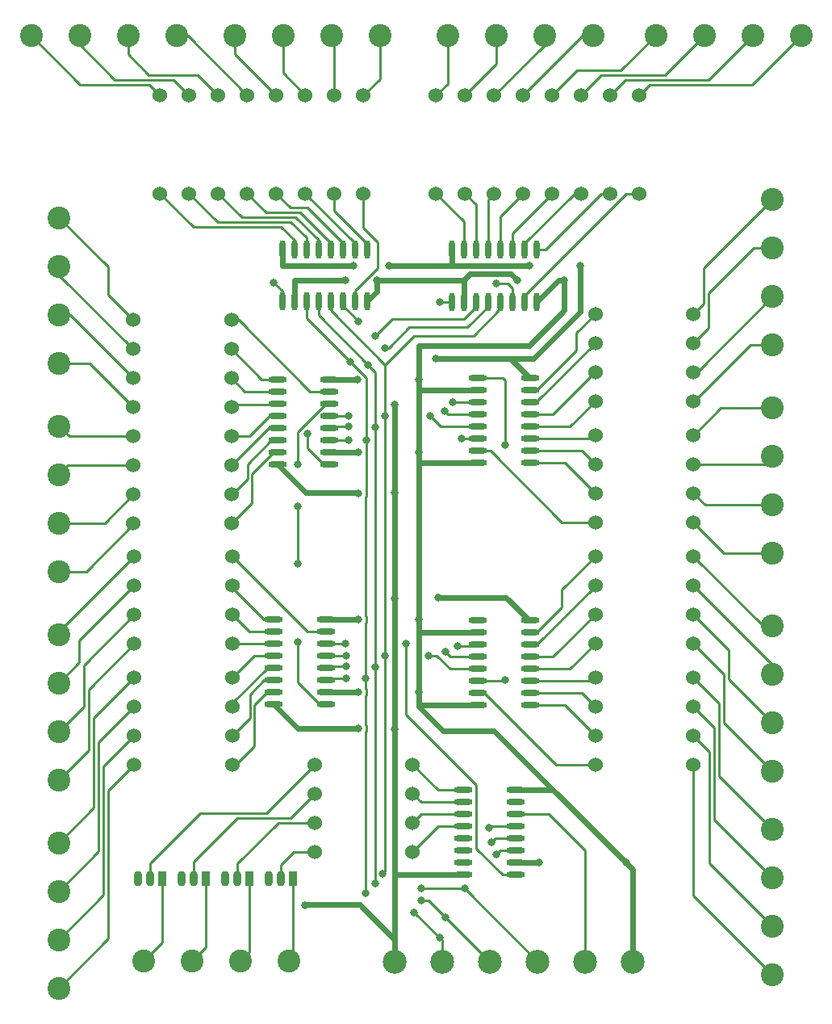
<source format=gbr>
%TF.GenerationSoftware,KiCad,Pcbnew,(6.0.4)*%
%TF.CreationDate,2022-08-09T11:31:43-04:00*%
%TF.ProjectId,pcb,7063622e-6b69-4636-9164-5f7063625858,rev?*%
%TF.SameCoordinates,Original*%
%TF.FileFunction,Copper,L1,Top*%
%TF.FilePolarity,Positive*%
%FSLAX46Y46*%
G04 Gerber Fmt 4.6, Leading zero omitted, Abs format (unit mm)*
G04 Created by KiCad (PCBNEW (6.0.4)) date 2022-08-09 11:31:43*
%MOMM*%
%LPD*%
G01*
G04 APERTURE LIST*
%TA.AperFunction,ComponentPad*%
%ADD10C,1.524003*%
%TD*%
%TA.AperFunction,SMDPad,CuDef*%
%ADD11O,1.970993X0.602007*%
%TD*%
%TA.AperFunction,SMDPad,CuDef*%
%ADD12O,0.602007X1.970993*%
%TD*%
%TA.AperFunction,ComponentPad*%
%ADD13C,2.400000*%
%TD*%
%TA.AperFunction,ComponentPad*%
%ADD14R,0.900000X1.600000*%
%TD*%
%TA.AperFunction,ComponentPad*%
%ADD15O,0.900000X1.600000*%
%TD*%
%TA.AperFunction,ComponentPad*%
%ADD16C,2.500000*%
%TD*%
%TA.AperFunction,ViaPad*%
%ADD17C,0.800000*%
%TD*%
%TA.AperFunction,Conductor*%
%ADD18C,0.250000*%
%TD*%
%TA.AperFunction,Conductor*%
%ADD19C,0.600000*%
%TD*%
G04 APERTURE END LIST*
D10*
%TO.P,R31,1,1*%
%TO.N,Net-(J9-Pad2)*%
X105714800Y-62515486D03*
%TO.P,R31,2,2*%
%TO.N,Net-(R31-Pad2)*%
X105714800Y-72815714D03*
%TD*%
%TO.P,R47,1,1*%
%TO.N,Net-(J13-Pad2)*%
X126612914Y-116941600D03*
%TO.P,R47,2,2*%
%TO.N,Net-(R47-Pad2)*%
X116312686Y-116941600D03*
%TD*%
%TO.P,R6,1,1*%
%TO.N,Net-(J3-Pad3)*%
X67950572Y-129641615D03*
%TO.P,R6,2,2*%
%TO.N,Net-(R6-Pad2)*%
X78250800Y-129641615D03*
%TD*%
%TO.P,R14,1,1*%
%TO.N,Net-(J5-Pad3)*%
X67857101Y-104368596D03*
%TO.P,R14,2,2*%
%TO.N,Net-(R14-Pad2)*%
X78157329Y-104368596D03*
%TD*%
%TO.P,R19,1,1*%
%TO.N,Net-(J6-Pad2)*%
X67857101Y-89128596D03*
%TO.P,R19,2,2*%
%TO.N,Net-(R19-Pad2)*%
X78157329Y-89128596D03*
%TD*%
%TO.P,R20,1,1*%
%TO.N,Net-(J6-Pad1)*%
X67857101Y-86080596D03*
%TO.P,R20,2,2*%
%TO.N,Net-(R20-Pad2)*%
X78157329Y-86080596D03*
%TD*%
%TO.P,R4,1,1*%
%TO.N,Net-(R4-Pad1)*%
X97148914Y-141833600D03*
%TO.P,R4,2,2*%
%TO.N,Net-(Q1-Pad2)*%
X86848686Y-141833600D03*
%TD*%
D11*
%TO.P,U2,1,Q1*%
%TO.N,Net-(R11-Pad2)*%
X82557101Y-117449600D03*
%TO.P,U2,2,Q2*%
%TO.N,Net-(R10-Pad2)*%
X82557101Y-118719603D03*
%TO.P,U2,3,Q3*%
%TO.N,Net-(R9-Pad2)*%
X82557101Y-119989605D03*
%TO.P,U2,4,Q4*%
%TO.N,Net-(R8-Pad2)*%
X82557101Y-121259608D03*
%TO.P,U2,5,Q5*%
%TO.N,Net-(R7-Pad2)*%
X82557101Y-122529610D03*
%TO.P,U2,6,Q6*%
%TO.N,Net-(R6-Pad2)*%
X82557101Y-123799613D03*
%TO.P,U2,7,Q7*%
%TO.N,Net-(R5-Pad2)*%
X82557101Y-125069615D03*
%TO.P,U2,8,GND*%
%TO.N,GND*%
X82557101Y-126339618D03*
%TO.P,U2,9,Q7S*%
%TO.N,Net-(U2-Pad9)*%
X88028271Y-126339618D03*
%TO.P,U2,10,MR#*%
%TO.N,Net-(J2-Pad6)*%
X88028271Y-125069615D03*
%TO.P,U2,11,SHCP*%
%TO.N,Net-(J2-Pad2)*%
X88028271Y-123799613D03*
%TO.P,U2,12,STCP*%
%TO.N,Net-(J2-Pad3)*%
X88028271Y-122529610D03*
%TO.P,U2,13,OE#*%
%TO.N,Net-(J2-Pad4)*%
X88028271Y-121259608D03*
%TO.P,U2,14,DS*%
%TO.N,Net-(U1-Pad9)*%
X88028271Y-119989605D03*
%TO.P,U2,15,Q0*%
%TO.N,Net-(R12-Pad2)*%
X88028271Y-118719603D03*
%TO.P,U2,16,VCC*%
%TO.N,Net-(J2-Pad6)*%
X88028271Y-117449600D03*
%TD*%
D10*
%TO.P,R23,1,1*%
%TO.N,Net-(J7-Pad2)*%
X76758800Y-62515486D03*
%TO.P,R23,2,2*%
%TO.N,Net-(R23-Pad2)*%
X76758800Y-72815714D03*
%TD*%
%TO.P,R40,1,1*%
%TO.N,Net-(J11-Pad1)*%
X126612914Y-94589600D03*
%TO.P,R40,2,2*%
%TO.N,Net-(R40-Pad2)*%
X116312686Y-94589600D03*
%TD*%
%TO.P,R32,1,1*%
%TO.N,Net-(J9-Pad1)*%
X108762800Y-62515486D03*
%TO.P,R32,2,2*%
%TO.N,Net-(R32-Pad2)*%
X108762800Y-72815714D03*
%TD*%
%TO.P,R22,1,1*%
%TO.N,Net-(J7-Pad3)*%
X73710800Y-62515486D03*
%TO.P,R22,2,2*%
%TO.N,Net-(R22-Pad2)*%
X73710800Y-72815714D03*
%TD*%
%TO.P,R13,1,1*%
%TO.N,Net-(J5-Pad4)*%
X67857101Y-107416596D03*
%TO.P,R13,2,2*%
%TO.N,Net-(R13-Pad2)*%
X78157329Y-107416596D03*
%TD*%
D12*
%TO.P,U5,1,Q1*%
%TO.N,Net-(R35-Pad2)*%
X110159809Y-78671019D03*
%TO.P,U5,2,Q2*%
%TO.N,Net-(R34-Pad2)*%
X108889806Y-78671019D03*
%TO.P,U5,3,Q3*%
%TO.N,Net-(R33-Pad2)*%
X107619804Y-78671019D03*
%TO.P,U5,4,Q4*%
%TO.N,Net-(R32-Pad2)*%
X106349801Y-78671019D03*
%TO.P,U5,5,Q5*%
%TO.N,Net-(R31-Pad2)*%
X105079799Y-78671019D03*
%TO.P,U5,6,Q6*%
%TO.N,Net-(R30-Pad2)*%
X103809796Y-78671019D03*
%TO.P,U5,7,Q7*%
%TO.N,Net-(R29-Pad2)*%
X102539794Y-78671019D03*
%TO.P,U5,8,GND*%
%TO.N,GND*%
X101269791Y-78671019D03*
%TO.P,U5,9,Q7S*%
%TO.N,Net-(U5-Pad9)*%
X101269791Y-84142189D03*
%TO.P,U5,10,MR#*%
%TO.N,Net-(J2-Pad6)*%
X102539794Y-84142189D03*
%TO.P,U5,11,SHCP*%
%TO.N,Net-(J2-Pad2)*%
X103809796Y-84142189D03*
%TO.P,U5,12,STCP*%
%TO.N,Net-(J2-Pad3)*%
X105079799Y-84142189D03*
%TO.P,U5,13,OE#*%
%TO.N,Net-(J2-Pad4)*%
X106349801Y-84142189D03*
%TO.P,U5,14,DS*%
%TO.N,Net-(U4-Pad9)*%
X107619804Y-84142189D03*
%TO.P,U5,15,Q0*%
%TO.N,Net-(R36-Pad2)*%
X108889806Y-84142189D03*
%TO.P,U5,16,VCC*%
%TO.N,Net-(J2-Pad6)*%
X110159809Y-84142189D03*
%TD*%
D13*
%TO.P,J7,1,1*%
%TO.N,Net-(J7-Pad1)*%
X72380820Y-56256604D03*
%TO.P,J7,2,2*%
%TO.N,Net-(J7-Pad2)*%
X67300810Y-56256604D03*
%TO.P,J7,3,3*%
%TO.N,Net-(J7-Pad3)*%
X62220799Y-56256604D03*
%TO.P,J7,4,4*%
%TO.N,Net-(J7-Pad4)*%
X57140789Y-56256604D03*
%TD*%
D10*
%TO.P,R28,1,1*%
%TO.N,Net-(J8-Pad1)*%
X91998800Y-62515486D03*
%TO.P,R28,2,2*%
%TO.N,Net-(R28-Pad2)*%
X91998800Y-72815714D03*
%TD*%
%TO.P,R10,1,1*%
%TO.N,Net-(J4-Pad3)*%
X67950572Y-116941615D03*
%TO.P,R10,2,2*%
%TO.N,Net-(R10-Pad2)*%
X78250800Y-116941615D03*
%TD*%
D13*
%TO.P,J3,1,1*%
%TO.N,Net-(J3-Pad1)*%
X60049215Y-140877582D03*
%TO.P,J3,2,2*%
%TO.N,Net-(J3-Pad2)*%
X60049215Y-145957592D03*
%TO.P,J3,3,3*%
%TO.N,Net-(J3-Pad3)*%
X60049215Y-151037603D03*
%TO.P,J3,4,4*%
%TO.N,Net-(J3-Pad4)*%
X60049215Y-156117613D03*
%TD*%
D10*
%TO.P,R26,1,1*%
%TO.N,Net-(J8-Pad3)*%
X85902800Y-62515486D03*
%TO.P,R26,2,2*%
%TO.N,Net-(R26-Pad2)*%
X85902800Y-72815714D03*
%TD*%
%TO.P,R9,1,1*%
%TO.N,Net-(J4-Pad4)*%
X67950572Y-119989615D03*
%TO.P,R9,2,2*%
%TO.N,Net-(R9-Pad2)*%
X78250800Y-119989615D03*
%TD*%
D13*
%TO.P,J13,1,1*%
%TO.N,Net-(J13-Pad1)*%
X134928800Y-133391620D03*
%TO.P,J13,2,2*%
%TO.N,Net-(J13-Pad2)*%
X134928800Y-128311610D03*
%TO.P,J13,3,3*%
%TO.N,Net-(J13-Pad3)*%
X134928800Y-123231599D03*
%TO.P,J13,4,4*%
%TO.N,Net-(J13-Pad4)*%
X134928800Y-118151589D03*
%TD*%
D10*
%TO.P,R15,1,1*%
%TO.N,Net-(J5-Pad2)*%
X67857101Y-101320596D03*
%TO.P,R15,2,2*%
%TO.N,Net-(R15-Pad2)*%
X78157329Y-101320596D03*
%TD*%
D12*
%TO.P,U4,1,Q1*%
%TO.N,Net-(R27-Pad2)*%
X92379809Y-78646015D03*
%TO.P,U4,2,Q2*%
%TO.N,Net-(R26-Pad2)*%
X91109806Y-78646015D03*
%TO.P,U4,3,Q3*%
%TO.N,Net-(R25-Pad2)*%
X89839804Y-78646015D03*
%TO.P,U4,4,Q4*%
%TO.N,Net-(R24-Pad2)*%
X88569801Y-78646015D03*
%TO.P,U4,5,Q5*%
%TO.N,Net-(R23-Pad2)*%
X87299799Y-78646015D03*
%TO.P,U4,6,Q6*%
%TO.N,Net-(R22-Pad2)*%
X86029796Y-78646015D03*
%TO.P,U4,7,Q7*%
%TO.N,Net-(R21-Pad2)*%
X84759794Y-78646015D03*
%TO.P,U4,8,GND*%
%TO.N,GND*%
X83489791Y-78646015D03*
%TO.P,U4,9,Q7S*%
%TO.N,Net-(U4-Pad9)*%
X83489791Y-84117185D03*
%TO.P,U4,10,MR#*%
%TO.N,Net-(J2-Pad6)*%
X84759794Y-84117185D03*
%TO.P,U4,11,SHCP*%
%TO.N,Net-(J2-Pad2)*%
X86029796Y-84117185D03*
%TO.P,U4,12,STCP*%
%TO.N,Net-(J2-Pad3)*%
X87299799Y-84117185D03*
%TO.P,U4,13,OE#*%
%TO.N,Net-(J2-Pad4)*%
X88569801Y-84117185D03*
%TO.P,U4,14,DS*%
%TO.N,Net-(U3-Pad9)*%
X89839804Y-84117185D03*
%TO.P,U4,15,Q0*%
%TO.N,Net-(R28-Pad2)*%
X91109806Y-84117185D03*
%TO.P,U4,16,VCC*%
%TO.N,Net-(J2-Pad6)*%
X92379809Y-84117185D03*
%TD*%
D10*
%TO.P,R16,1,1*%
%TO.N,Net-(J5-Pad1)*%
X67857101Y-98272596D03*
%TO.P,R16,2,2*%
%TO.N,Net-(R16-Pad2)*%
X78157329Y-98272596D03*
%TD*%
%TO.P,R36,1,1*%
%TO.N,Net-(J10-Pad1)*%
X120954800Y-62515486D03*
%TO.P,R36,2,2*%
%TO.N,Net-(R36-Pad2)*%
X120954800Y-72815714D03*
%TD*%
%TO.P,R48,1,1*%
%TO.N,Net-(J13-Pad1)*%
X126612914Y-119989600D03*
%TO.P,R48,2,2*%
%TO.N,Net-(R48-Pad2)*%
X116312686Y-119989600D03*
%TD*%
%TO.P,R17,1,1*%
%TO.N,Net-(J6-Pad4)*%
X67857101Y-95224596D03*
%TO.P,R17,2,2*%
%TO.N,Net-(R17-Pad2)*%
X78157329Y-95224596D03*
%TD*%
D13*
%TO.P,J12,1,1*%
%TO.N,Net-(J12-Pad1)*%
X134928800Y-110531620D03*
%TO.P,J12,2,2*%
%TO.N,Net-(J12-Pad2)*%
X134928800Y-105451610D03*
%TO.P,J12,3,3*%
%TO.N,Net-(J12-Pad3)*%
X134928800Y-100371599D03*
%TO.P,J12,4,4*%
%TO.N,Net-(J12-Pad4)*%
X134928800Y-95291589D03*
%TD*%
D14*
%TO.P,Q1,1,E*%
%TO.N,Net-(J1-Pad4)*%
X84632803Y-144615536D03*
D15*
%TO.P,Q1,2,B*%
%TO.N,Net-(Q1-Pad2)*%
X83362800Y-144615536D03*
%TO.P,Q1,3,C*%
%TO.N,GND*%
X82092797Y-144615536D03*
%TD*%
D13*
%TO.P,J6,1,1*%
%TO.N,Net-(J6-Pad1)*%
X60049215Y-75345582D03*
%TO.P,J6,2,2*%
%TO.N,Net-(J6-Pad2)*%
X60049215Y-80425592D03*
%TO.P,J6,3,3*%
%TO.N,Net-(J6-Pad3)*%
X60049215Y-85505603D03*
%TO.P,J6,4,4*%
%TO.N,Net-(J6-Pad4)*%
X60049215Y-90585613D03*
%TD*%
D10*
%TO.P,R42,1,1*%
%TO.N,Net-(J12-Pad3)*%
X126612914Y-101193600D03*
%TO.P,R42,2,2*%
%TO.N,Net-(R42-Pad2)*%
X116312686Y-101193600D03*
%TD*%
D11*
%TO.P,U1,1,Q1*%
%TO.N,Net-(R1-Pad1)*%
X102471215Y-135356591D03*
%TO.P,U1,2,Q2*%
%TO.N,Net-(R2-Pad1)*%
X102471215Y-136626594D03*
%TO.P,U1,3,Q3*%
%TO.N,Net-(R3-Pad1)*%
X102471215Y-137896596D03*
%TO.P,U1,4,Q4*%
%TO.N,Net-(R4-Pad1)*%
X102471215Y-139166599D03*
%TO.P,U1,5,Q5*%
%TO.N,unconnected-(U1-Pad5)*%
X102471215Y-140436601D03*
%TO.P,U1,6,Q6*%
%TO.N,unconnected-(U1-Pad6)*%
X102471215Y-141706604D03*
%TO.P,U1,7,Q7*%
%TO.N,unconnected-(U1-Pad7)*%
X102471215Y-142976606D03*
%TO.P,U1,8,GND*%
%TO.N,GND*%
X102471215Y-144246609D03*
%TO.P,U1,9,Q7S*%
%TO.N,Net-(U1-Pad9)*%
X107942385Y-144246609D03*
%TO.P,U1,10,MR#*%
%TO.N,Net-(J2-Pad6)*%
X107942385Y-142976606D03*
%TO.P,U1,11,SHCP*%
%TO.N,Net-(J2-Pad2)*%
X107942385Y-141706604D03*
%TO.P,U1,12,STCP*%
%TO.N,Net-(J2-Pad3)*%
X107942385Y-140436601D03*
%TO.P,U1,13,OE#*%
%TO.N,Net-(J2-Pad4)*%
X107942385Y-139166599D03*
%TO.P,U1,14,DS*%
%TO.N,Net-(J2-Pad5)*%
X107942385Y-137896596D03*
%TO.P,U1,15,Q0*%
%TO.N,unconnected-(U1-Pad15)*%
X107942385Y-136626594D03*
%TO.P,U1,16,VCC*%
%TO.N,Net-(J2-Pad6)*%
X107942385Y-135356591D03*
%TD*%
D10*
%TO.P,R41,1,1*%
%TO.N,Net-(J12-Pad4)*%
X126612914Y-98145600D03*
%TO.P,R41,2,2*%
%TO.N,Net-(R41-Pad2)*%
X116312686Y-98145600D03*
%TD*%
%TO.P,R11,1,1*%
%TO.N,Net-(J4-Pad2)*%
X67950572Y-113893615D03*
%TO.P,R11,2,2*%
%TO.N,Net-(R11-Pad2)*%
X78250800Y-113893615D03*
%TD*%
%TO.P,R49,1,1*%
%TO.N,Net-(J14-Pad4)*%
X126612914Y-123545600D03*
%TO.P,R49,2,2*%
%TO.N,Net-(R49-Pad2)*%
X116312686Y-123545600D03*
%TD*%
%TO.P,R50,1,1*%
%TO.N,Net-(J14-Pad3)*%
X126612914Y-126593600D03*
%TO.P,R50,2,2*%
%TO.N,Net-(R50-Pad2)*%
X116312686Y-126593600D03*
%TD*%
D13*
%TO.P,J5,1,1*%
%TO.N,Net-(J5-Pad1)*%
X60049215Y-97189582D03*
%TO.P,J5,2,2*%
%TO.N,Net-(J5-Pad2)*%
X60049215Y-102269592D03*
%TO.P,J5,3,3*%
%TO.N,Net-(J5-Pad3)*%
X60049215Y-107349603D03*
%TO.P,J5,4,4*%
%TO.N,Net-(J5-Pad4)*%
X60049215Y-112429613D03*
%TD*%
D10*
%TO.P,R29,1,1*%
%TO.N,Net-(J9-Pad4)*%
X99618800Y-62515486D03*
%TO.P,R29,2,2*%
%TO.N,Net-(R29-Pad2)*%
X99618800Y-72815714D03*
%TD*%
%TO.P,R7,1,1*%
%TO.N,Net-(J3-Pad2)*%
X67950572Y-126593615D03*
%TO.P,R7,2,2*%
%TO.N,Net-(R7-Pad2)*%
X78250800Y-126593615D03*
%TD*%
%TO.P,R46,1,1*%
%TO.N,Net-(J13-Pad3)*%
X126612914Y-113893600D03*
%TO.P,R46,2,2*%
%TO.N,Net-(R46-Pad2)*%
X116312686Y-113893600D03*
%TD*%
D13*
%TO.P,J11,1,1*%
%TO.N,Net-(J11-Pad1)*%
X134928800Y-88687620D03*
%TO.P,J11,2,2*%
%TO.N,Net-(J11-Pad2)*%
X134928800Y-83607610D03*
%TO.P,J11,3,3*%
%TO.N,Net-(J11-Pad3)*%
X134928800Y-78527599D03*
%TO.P,J11,4,4*%
%TO.N,Net-(J11-Pad4)*%
X134928800Y-73447589D03*
%TD*%
%TO.P,J4,1,1*%
%TO.N,Net-(J4-Pad1)*%
X60049215Y-119033582D03*
%TO.P,J4,2,2*%
%TO.N,Net-(J4-Pad2)*%
X60049215Y-124113592D03*
%TO.P,J4,3,3*%
%TO.N,Net-(J4-Pad3)*%
X60049215Y-129193603D03*
%TO.P,J4,4,4*%
%TO.N,Net-(J4-Pad4)*%
X60049215Y-134273613D03*
%TD*%
D10*
%TO.P,R43,1,1*%
%TO.N,Net-(J12-Pad2)*%
X126612914Y-104241600D03*
%TO.P,R43,2,2*%
%TO.N,Net-(R43-Pad2)*%
X116312686Y-104241600D03*
%TD*%
%TO.P,R51,1,1*%
%TO.N,Net-(J14-Pad2)*%
X126612914Y-129641600D03*
%TO.P,R51,2,2*%
%TO.N,Net-(R51-Pad2)*%
X116312686Y-129641600D03*
%TD*%
D13*
%TO.P,J14,1,1*%
%TO.N,Net-(J14-Pad1)*%
X134928800Y-154727620D03*
%TO.P,J14,2,2*%
%TO.N,Net-(J14-Pad2)*%
X134928800Y-149647610D03*
%TO.P,J14,3,3*%
%TO.N,Net-(J14-Pad3)*%
X134928800Y-144567599D03*
%TO.P,J14,4,4*%
%TO.N,Net-(J14-Pad4)*%
X134928800Y-139487589D03*
%TD*%
D10*
%TO.P,R52,1,1*%
%TO.N,Net-(J14-Pad1)*%
X126612914Y-132689600D03*
%TO.P,R52,2,2*%
%TO.N,Net-(R52-Pad2)*%
X116312686Y-132689600D03*
%TD*%
D14*
%TO.P,Q2,1,E*%
%TO.N,Net-(J1-Pad3)*%
X80060803Y-144615536D03*
D15*
%TO.P,Q2,2,B*%
%TO.N,Net-(Q2-Pad2)*%
X78790800Y-144615536D03*
%TO.P,Q2,3,C*%
%TO.N,GND*%
X77520797Y-144615536D03*
%TD*%
D13*
%TO.P,J8,1,1*%
%TO.N,Net-(J8-Pad1)*%
X93716820Y-56256604D03*
%TO.P,J8,2,2*%
%TO.N,Net-(J8-Pad2)*%
X88636810Y-56256604D03*
%TO.P,J8,3,3*%
%TO.N,Net-(J8-Pad3)*%
X83556799Y-56256604D03*
%TO.P,J8,4,4*%
%TO.N,Net-(J8-Pad4)*%
X78476789Y-56256604D03*
%TD*%
D11*
%TO.P,U7,1,Q1*%
%TO.N,Net-(R51-Pad2)*%
X109466385Y-126466609D03*
%TO.P,U7,2,Q2*%
%TO.N,Net-(R50-Pad2)*%
X109466385Y-125196606D03*
%TO.P,U7,3,Q3*%
%TO.N,Net-(R49-Pad2)*%
X109466385Y-123926604D03*
%TO.P,U7,4,Q4*%
%TO.N,Net-(R48-Pad2)*%
X109466385Y-122656601D03*
%TO.P,U7,5,Q5*%
%TO.N,Net-(R47-Pad2)*%
X109466385Y-121386599D03*
%TO.P,U7,6,Q6*%
%TO.N,Net-(R46-Pad2)*%
X109466385Y-120116596D03*
%TO.P,U7,7,Q7*%
%TO.N,Net-(R45-Pad2)*%
X109466385Y-118846594D03*
%TO.P,U7,8,GND*%
%TO.N,GND*%
X109466385Y-117576591D03*
%TO.P,U7,9,Q7S*%
%TO.N,unconnected-(U7-Pad9)*%
X103995215Y-117576591D03*
%TO.P,U7,10,MR#*%
%TO.N,Net-(J2-Pad6)*%
X103995215Y-118846594D03*
%TO.P,U7,11,SHCP*%
%TO.N,Net-(J2-Pad2)*%
X103995215Y-120116596D03*
%TO.P,U7,12,STCP*%
%TO.N,Net-(J2-Pad3)*%
X103995215Y-121386599D03*
%TO.P,U7,13,OE#*%
%TO.N,Net-(J2-Pad4)*%
X103995215Y-122656601D03*
%TO.P,U7,14,DS*%
%TO.N,Net-(U6-Pad9)*%
X103995215Y-123926604D03*
%TO.P,U7,15,Q0*%
%TO.N,Net-(R52-Pad2)*%
X103995215Y-125196606D03*
%TO.P,U7,16,VCC*%
%TO.N,Net-(J2-Pad6)*%
X103995215Y-126466609D03*
%TD*%
D10*
%TO.P,R30,1,1*%
%TO.N,Net-(J9-Pad3)*%
X102666800Y-62515486D03*
%TO.P,R30,2,2*%
%TO.N,Net-(R30-Pad2)*%
X102666800Y-72815714D03*
%TD*%
%TO.P,R27,1,1*%
%TO.N,Net-(J8-Pad2)*%
X88950800Y-62515486D03*
%TO.P,R27,2,2*%
%TO.N,Net-(R27-Pad2)*%
X88950800Y-72815714D03*
%TD*%
%TO.P,R18,1,1*%
%TO.N,Net-(J6-Pad3)*%
X67857101Y-92176596D03*
%TO.P,R18,2,2*%
%TO.N,Net-(R18-Pad2)*%
X78157329Y-92176596D03*
%TD*%
%TO.P,R33,1,1*%
%TO.N,Net-(J10-Pad4)*%
X111810800Y-62515486D03*
%TO.P,R33,2,2*%
%TO.N,Net-(R33-Pad2)*%
X111810800Y-72815714D03*
%TD*%
%TO.P,R21,1,1*%
%TO.N,Net-(J7-Pad4)*%
X70662800Y-62515486D03*
%TO.P,R21,2,2*%
%TO.N,Net-(R21-Pad2)*%
X70662800Y-72815714D03*
%TD*%
%TO.P,R1,1,1*%
%TO.N,Net-(R1-Pad1)*%
X97148914Y-132689600D03*
%TO.P,R1,2,2*%
%TO.N,Net-(Q4-Pad2)*%
X86848686Y-132689600D03*
%TD*%
D13*
%TO.P,J9,1,1*%
%TO.N,Net-(J9-Pad1)*%
X116068820Y-56256604D03*
%TO.P,J9,2,2*%
%TO.N,Net-(J9-Pad2)*%
X110988810Y-56256604D03*
%TO.P,J9,3,3*%
%TO.N,Net-(J9-Pad3)*%
X105908799Y-56256604D03*
%TO.P,J9,4,4*%
%TO.N,Net-(J9-Pad4)*%
X100828789Y-56256604D03*
%TD*%
D10*
%TO.P,R45,1,1*%
%TO.N,Net-(J13-Pad4)*%
X126612914Y-110845600D03*
%TO.P,R45,2,2*%
%TO.N,Net-(R45-Pad2)*%
X116312686Y-110845600D03*
%TD*%
%TO.P,R12,1,1*%
%TO.N,Net-(J4-Pad1)*%
X67950572Y-110845615D03*
%TO.P,R12,2,2*%
%TO.N,Net-(R12-Pad2)*%
X78250800Y-110845615D03*
%TD*%
D14*
%TO.P,Q4,1,E*%
%TO.N,Net-(J1-Pad1)*%
X70916803Y-144615536D03*
D15*
%TO.P,Q4,2,B*%
%TO.N,Net-(Q4-Pad2)*%
X69646800Y-144615536D03*
%TO.P,Q4,3,C*%
%TO.N,GND*%
X68376797Y-144615536D03*
%TD*%
D13*
%TO.P,J1,1,1*%
%TO.N,Net-(J1-Pad1)*%
X68944780Y-153267600D03*
%TO.P,J1,2,2*%
%TO.N,Net-(J1-Pad2)*%
X74024790Y-153267600D03*
%TO.P,J1,3,3*%
%TO.N,Net-(J1-Pad3)*%
X79104801Y-153267600D03*
%TO.P,J1,4,4*%
%TO.N,Net-(J1-Pad4)*%
X84184811Y-153267600D03*
%TD*%
D10*
%TO.P,R2,1,1*%
%TO.N,Net-(R2-Pad1)*%
X97148914Y-135737600D03*
%TO.P,R2,2,2*%
%TO.N,Net-(Q3-Pad2)*%
X86848686Y-135737600D03*
%TD*%
%TO.P,R37,1,1*%
%TO.N,Net-(J11-Pad4)*%
X126612914Y-85445600D03*
%TO.P,R37,2,2*%
%TO.N,Net-(R37-Pad2)*%
X116312686Y-85445600D03*
%TD*%
%TO.P,R5,1,1*%
%TO.N,Net-(J3-Pad4)*%
X67950572Y-132689615D03*
%TO.P,R5,2,2*%
%TO.N,Net-(R5-Pad2)*%
X78250800Y-132689615D03*
%TD*%
D13*
%TO.P,J10,1,1*%
%TO.N,Net-(J10-Pad1)*%
X137912820Y-56256604D03*
%TO.P,J10,2,2*%
%TO.N,Net-(J10-Pad2)*%
X132832810Y-56256604D03*
%TO.P,J10,3,3*%
%TO.N,Net-(J10-Pad3)*%
X127752799Y-56256604D03*
%TO.P,J10,4,4*%
%TO.N,Net-(J10-Pad4)*%
X122672789Y-56256604D03*
%TD*%
D10*
%TO.P,R39,1,1*%
%TO.N,Net-(J11-Pad2)*%
X126612914Y-91541600D03*
%TO.P,R39,2,2*%
%TO.N,Net-(R39-Pad2)*%
X116312686Y-91541600D03*
%TD*%
%TO.P,R3,1,1*%
%TO.N,Net-(R3-Pad1)*%
X97148914Y-138785600D03*
%TO.P,R3,2,2*%
%TO.N,Net-(Q2-Pad2)*%
X86848686Y-138785600D03*
%TD*%
D11*
%TO.P,U6,1,Q1*%
%TO.N,Net-(R43-Pad2)*%
X109466385Y-101066609D03*
%TO.P,U6,2,Q2*%
%TO.N,Net-(R42-Pad2)*%
X109466385Y-99796606D03*
%TO.P,U6,3,Q3*%
%TO.N,Net-(R41-Pad2)*%
X109466385Y-98526604D03*
%TO.P,U6,4,Q4*%
%TO.N,Net-(R40-Pad2)*%
X109466385Y-97256601D03*
%TO.P,U6,5,Q5*%
%TO.N,Net-(R39-Pad2)*%
X109466385Y-95986599D03*
%TO.P,U6,6,Q6*%
%TO.N,Net-(R38-Pad2)*%
X109466385Y-94716596D03*
%TO.P,U6,7,Q7*%
%TO.N,Net-(R37-Pad2)*%
X109466385Y-93446594D03*
%TO.P,U6,8,GND*%
%TO.N,GND*%
X109466385Y-92176591D03*
%TO.P,U6,9,Q7S*%
%TO.N,Net-(U6-Pad9)*%
X103995215Y-92176591D03*
%TO.P,U6,10,MR#*%
%TO.N,Net-(J2-Pad6)*%
X103995215Y-93446594D03*
%TO.P,U6,11,SHCP*%
%TO.N,Net-(J2-Pad2)*%
X103995215Y-94716596D03*
%TO.P,U6,12,STCP*%
%TO.N,Net-(J2-Pad3)*%
X103995215Y-95986599D03*
%TO.P,U6,13,OE#*%
%TO.N,Net-(J2-Pad4)*%
X103995215Y-97256601D03*
%TO.P,U6,14,DS*%
%TO.N,Net-(U5-Pad9)*%
X103995215Y-98526604D03*
%TO.P,U6,15,Q0*%
%TO.N,Net-(R44-Pad2)*%
X103995215Y-99796606D03*
%TO.P,U6,16,VCC*%
%TO.N,Net-(J2-Pad6)*%
X103995215Y-101066609D03*
%TD*%
%TO.P,U3,1,Q1*%
%TO.N,Net-(R19-Pad2)*%
X82971630Y-92303587D03*
%TO.P,U3,2,Q2*%
%TO.N,Net-(R18-Pad2)*%
X82971630Y-93573590D03*
%TO.P,U3,3,Q3*%
%TO.N,Net-(R17-Pad2)*%
X82971630Y-94843592D03*
%TO.P,U3,4,Q4*%
%TO.N,Net-(R16-Pad2)*%
X82971630Y-96113595D03*
%TO.P,U3,5,Q5*%
%TO.N,Net-(R15-Pad2)*%
X82971630Y-97383597D03*
%TO.P,U3,6,Q6*%
%TO.N,Net-(R14-Pad2)*%
X82971630Y-98653600D03*
%TO.P,U3,7,Q7*%
%TO.N,Net-(R13-Pad2)*%
X82971630Y-99923602D03*
%TO.P,U3,8,GND*%
%TO.N,GND*%
X82971630Y-101193605D03*
%TO.P,U3,9,Q7S*%
%TO.N,Net-(U3-Pad9)*%
X88442800Y-101193605D03*
%TO.P,U3,10,MR#*%
%TO.N,Net-(J2-Pad6)*%
X88442800Y-99923602D03*
%TO.P,U3,11,SHCP*%
%TO.N,Net-(J2-Pad2)*%
X88442800Y-98653600D03*
%TO.P,U3,12,STCP*%
%TO.N,Net-(J2-Pad3)*%
X88442800Y-97383597D03*
%TO.P,U3,13,OE#*%
%TO.N,Net-(J2-Pad4)*%
X88442800Y-96113595D03*
%TO.P,U3,14,DS*%
%TO.N,Net-(U2-Pad9)*%
X88442800Y-94843592D03*
%TO.P,U3,15,Q0*%
%TO.N,Net-(R20-Pad2)*%
X88442800Y-93573590D03*
%TO.P,U3,16,VCC*%
%TO.N,Net-(J2-Pad6)*%
X88442800Y-92303587D03*
%TD*%
D14*
%TO.P,Q3,1,E*%
%TO.N,Net-(J1-Pad2)*%
X75488803Y-144615536D03*
D15*
%TO.P,Q3,2,B*%
%TO.N,Net-(Q3-Pad2)*%
X74218800Y-144615536D03*
%TO.P,Q3,3,C*%
%TO.N,GND*%
X72948797Y-144615536D03*
%TD*%
D10*
%TO.P,R25,1,1*%
%TO.N,Net-(J8-Pad4)*%
X82854800Y-62515486D03*
%TO.P,R25,2,2*%
%TO.N,Net-(R25-Pad2)*%
X82854800Y-72815714D03*
%TD*%
%TO.P,R35,1,1*%
%TO.N,Net-(J10-Pad2)*%
X117906800Y-62515486D03*
%TO.P,R35,2,2*%
%TO.N,Net-(R35-Pad2)*%
X117906800Y-72815714D03*
%TD*%
D16*
%TO.P,J2,1,1*%
%TO.N,GND*%
X95246787Y-153317613D03*
%TO.P,J2,2,2*%
%TO.N,Net-(J2-Pad2)*%
X100246787Y-153317613D03*
%TO.P,J2,3,3*%
%TO.N,Net-(J2-Pad3)*%
X105246813Y-153317613D03*
%TO.P,J2,4,4*%
%TO.N,Net-(J2-Pad4)*%
X110246813Y-153317613D03*
%TO.P,J2,5,5*%
%TO.N,Net-(J2-Pad5)*%
X115246838Y-153317613D03*
%TO.P,J2,6,6*%
%TO.N,Net-(J2-Pad6)*%
X120246838Y-153317613D03*
%TD*%
D10*
%TO.P,R44,1,1*%
%TO.N,Net-(J12-Pad1)*%
X126612914Y-107289600D03*
%TO.P,R44,2,2*%
%TO.N,Net-(R44-Pad2)*%
X116312686Y-107289600D03*
%TD*%
%TO.P,R8,1,1*%
%TO.N,Net-(J3-Pad1)*%
X67950572Y-123545615D03*
%TO.P,R8,2,2*%
%TO.N,Net-(R8-Pad2)*%
X78250800Y-123545615D03*
%TD*%
%TO.P,R38,1,1*%
%TO.N,Net-(J11-Pad3)*%
X126612914Y-88493600D03*
%TO.P,R38,2,2*%
%TO.N,Net-(R38-Pad2)*%
X116312686Y-88493600D03*
%TD*%
%TO.P,R24,1,1*%
%TO.N,Net-(J7-Pad1)*%
X79806800Y-62515486D03*
%TO.P,R24,2,2*%
%TO.N,Net-(R24-Pad2)*%
X79806800Y-72815714D03*
%TD*%
%TO.P,R34,1,1*%
%TO.N,Net-(J10-Pad3)*%
X114858800Y-62515486D03*
%TO.P,R34,2,2*%
%TO.N,Net-(R34-Pad2)*%
X114858800Y-72815714D03*
%TD*%
D17*
%TO.N,GND*%
X91490800Y-104241600D03*
X95246787Y-115217613D03*
X90982800Y-80365600D03*
X109397800Y-80365600D03*
X95246787Y-128933613D03*
X99564787Y-90071613D03*
X94665800Y-80365600D03*
X99872800Y-115163600D03*
X95246787Y-94897613D03*
X91490800Y-128879600D03*
X95246787Y-104168613D03*
X114731800Y-80365600D03*
X85902800Y-147421600D03*
%TO.N,Net-(J2-Pad2)*%
X90220800Y-123672600D03*
X92265311Y-98641089D03*
X90474800Y-98653600D03*
X93268800Y-87731600D03*
X92252800Y-146151600D03*
X90577963Y-90422437D03*
X92252800Y-123672600D03*
X97332800Y-148183600D03*
X105968800Y-142087600D03*
X101396800Y-94716600D03*
X99999800Y-150850600D03*
X101904800Y-120243600D03*
%TO.N,Net-(J2-Pad3)*%
X100627800Y-148698600D03*
X92506800Y-90779600D03*
X100507800Y-95605600D03*
X100634800Y-120878600D03*
X93256289Y-122415111D03*
X90474800Y-97256600D03*
X98094800Y-146913600D03*
X90220800Y-122402600D03*
X94284800Y-89001600D03*
X93256289Y-97269111D03*
X93268800Y-145135600D03*
X105460800Y-140817600D03*
%TO.N,Net-(J2-Pad4)*%
X98094800Y-145643600D03*
X90474800Y-96113600D03*
X94284800Y-121259600D03*
X90220800Y-121259600D03*
X94030800Y-144119600D03*
X98983800Y-96113600D03*
X105206800Y-139293600D03*
X102619800Y-145690600D03*
X98856800Y-121259600D03*
X94284800Y-96113600D03*
%TO.N,Net-(J2-Pad6)*%
X110413800Y-142976600D03*
X113080800Y-81889600D03*
X91363800Y-92303600D03*
X91490800Y-99923600D03*
X97840800Y-92303600D03*
X91490800Y-125069600D03*
X90093800Y-81889600D03*
X93395800Y-81889600D03*
X108127800Y-81889600D03*
X91490800Y-117449600D03*
X97840800Y-99923600D03*
X119557800Y-142976600D03*
X97840800Y-125069600D03*
X97840800Y-117449600D03*
%TO.N,Net-(U1-Pad9)*%
X96443800Y-119989600D03*
X90093800Y-119989600D03*
%TO.N,Net-(U2-Pad9)*%
X85140800Y-111607600D03*
X85140800Y-119862600D03*
X85140800Y-101193600D03*
X85140800Y-105638600D03*
%TO.N,Net-(U3-Pad9)*%
X86156800Y-98018600D03*
X91490800Y-86207600D03*
%TO.N,Net-(U4-Pad9)*%
X105968800Y-82270600D03*
X82600800Y-82143600D03*
%TO.N,Net-(U5-Pad9)*%
X102285800Y-98526600D03*
X99999800Y-84175600D03*
%TO.N,Net-(U6-Pad9)*%
X106857800Y-123799600D03*
X106857800Y-99161600D03*
%TD*%
D18*
%TO.N,Net-(J1-Pad1)*%
X70916803Y-151295577D02*
X68944780Y-153267600D01*
X70916803Y-144615536D02*
X70916803Y-151295577D01*
%TO.N,Net-(J1-Pad2)*%
X75488803Y-151803587D02*
X74024790Y-153267600D01*
X75488803Y-144615536D02*
X75488803Y-151803587D01*
%TO.N,Net-(J1-Pad3)*%
X80060803Y-144615536D02*
X80060803Y-152311598D01*
X80060803Y-152311598D02*
X79104801Y-153267600D01*
%TO.N,Net-(J1-Pad4)*%
X84632803Y-144615536D02*
X84632803Y-152819608D01*
X84632803Y-152819608D02*
X84184811Y-153267600D01*
D19*
%TO.N,GND*%
X91436787Y-104187587D02*
X85965612Y-104187587D01*
X109831914Y-90071613D02*
X107361407Y-90071613D01*
X83489800Y-80365600D02*
X83489791Y-80365591D01*
X91490800Y-128879600D02*
X85097083Y-128879600D01*
X101269791Y-80365591D02*
X101269791Y-78671019D01*
X101269800Y-80365600D02*
X101269791Y-80365591D01*
X109397791Y-117576591D02*
X106984800Y-115163600D01*
X83489791Y-80365591D02*
X83489791Y-78646015D01*
X95246787Y-104168613D02*
X95246787Y-94897613D01*
X95246787Y-153317613D02*
X95246787Y-151031613D01*
X95246787Y-128933613D02*
X95246787Y-115217613D01*
X85965612Y-104187587D02*
X82971630Y-101193605D01*
X85902800Y-147421600D02*
X85953600Y-147370800D01*
X95246787Y-151031613D02*
X95246787Y-144173613D01*
X85953600Y-147370800D02*
X91585974Y-147370800D01*
X91490800Y-104241600D02*
X91436787Y-104187587D01*
X91585974Y-147370800D02*
X95246787Y-151031613D01*
X95246787Y-115217613D02*
X95246787Y-104187587D01*
X101269800Y-80365600D02*
X94665800Y-80365600D01*
X102471215Y-144246609D02*
X95319783Y-144246609D01*
X107361407Y-90071613D02*
X109466385Y-92176591D01*
X95319783Y-144246609D02*
X95246787Y-144173613D01*
X114731800Y-80365600D02*
X114731800Y-85171727D01*
X95246787Y-104187587D02*
X95246787Y-104168613D01*
X99564787Y-90071613D02*
X107361407Y-90071613D01*
X109466385Y-117576591D02*
X109397791Y-117576591D01*
X85097083Y-128879600D02*
X82557101Y-126339618D01*
X90982800Y-80365600D02*
X83489800Y-80365600D01*
X95246787Y-144173613D02*
X95246787Y-128933613D01*
X109397800Y-80365600D02*
X101269800Y-80365600D01*
X114731800Y-85171727D02*
X109831914Y-90071613D01*
X106984800Y-115163600D02*
X99872800Y-115163600D01*
D18*
%TO.N,Net-(J2-Pad2)*%
X90474800Y-98653600D02*
X88442800Y-98653600D01*
X92265311Y-98641089D02*
X92265311Y-92109786D01*
X100246787Y-151097587D02*
X99999800Y-150850600D01*
X92252800Y-117116275D02*
X92252800Y-104574925D01*
X92252800Y-125402925D02*
X92265311Y-125390414D01*
X90220800Y-123672600D02*
X88155284Y-123672600D01*
X92252800Y-129212925D02*
X92265311Y-129200414D01*
X105968800Y-142087600D02*
X106349800Y-141706600D01*
X106730804Y-141706604D02*
X107942385Y-141706604D01*
X101904800Y-120243600D02*
X103868211Y-120243600D01*
X92265311Y-128558786D02*
X92252800Y-128546275D01*
X86029800Y-85874275D02*
X86029800Y-85826600D01*
X101396804Y-94716596D02*
X103995215Y-94716596D01*
X106349800Y-141706600D02*
X106730800Y-141706600D01*
X88155284Y-123672600D02*
X88028271Y-123799613D01*
X92252800Y-104574925D02*
X92265311Y-104562414D01*
X92252800Y-146151600D02*
X92252800Y-129212925D01*
X103868211Y-120243600D02*
X103995215Y-120116596D01*
X92265311Y-124748786D02*
X92252800Y-124736275D01*
X92265311Y-125390414D02*
X92265311Y-124748786D01*
X103809796Y-84683604D02*
X103809796Y-84142189D01*
X92252800Y-124736275D02*
X92252800Y-123672600D01*
X92265311Y-129200414D02*
X92265311Y-128558786D01*
X92252800Y-128546275D02*
X92252800Y-125402925D01*
X95046800Y-85953600D02*
X102539800Y-85953600D01*
X86029800Y-85826600D02*
X86029796Y-85826596D01*
X93268800Y-87731600D02*
X95046800Y-85953600D01*
X92265311Y-117128786D02*
X92252800Y-117116275D01*
X92265311Y-104562414D02*
X92265311Y-98641089D01*
X92265311Y-117770414D02*
X92265311Y-117128786D01*
X102539800Y-85953600D02*
X103809796Y-84683604D01*
X101396800Y-94716600D02*
X101396804Y-94716596D01*
X92265311Y-92109786D02*
X90577963Y-90422437D01*
X106730800Y-141706600D02*
X106730804Y-141706604D01*
X86029796Y-85826596D02*
X86029796Y-84117185D01*
X99999800Y-150850600D02*
X97332800Y-148183600D01*
X100246787Y-153317613D02*
X100246787Y-151097587D01*
X90577963Y-90422437D02*
X86029800Y-85874275D01*
X92252800Y-123672600D02*
X92252800Y-117782925D01*
X92252800Y-117782925D02*
X92265311Y-117770414D01*
%TO.N,Net-(J2-Pad3)*%
X90220800Y-122402600D02*
X88155281Y-122402600D01*
X100507800Y-95605600D02*
X100888800Y-95986600D01*
X100634800Y-120878600D02*
X101142800Y-121386600D01*
X87299799Y-85572599D02*
X87299799Y-84117185D01*
X88155281Y-122402600D02*
X88028271Y-122529610D01*
X102920800Y-86842600D02*
X105079799Y-84683601D01*
X105460800Y-140817600D02*
X105841799Y-140436601D01*
X93256289Y-91529089D02*
X92506800Y-90779600D01*
X105841799Y-140436601D02*
X107942385Y-140436601D01*
X100888800Y-95986600D02*
X103995215Y-95986599D01*
X105246813Y-153317613D02*
X100627800Y-148698600D01*
X98842800Y-146913600D02*
X98094800Y-146913600D01*
X93256289Y-145123089D02*
X93256289Y-122415111D01*
X93256289Y-97269111D02*
X93256289Y-91529089D01*
X93268800Y-145135600D02*
X93256289Y-145123089D01*
X94665800Y-89001600D02*
X96824800Y-86842600D01*
X93256289Y-122415111D02*
X93256289Y-97269111D01*
X88569797Y-97256600D02*
X88442800Y-97383597D01*
X96824800Y-86842600D02*
X102920800Y-86842600D01*
X94284800Y-89001600D02*
X94665800Y-89001600D01*
X105079799Y-84683601D02*
X105079799Y-84142189D01*
X100627800Y-148698600D02*
X98842800Y-146913600D01*
X92506800Y-90779600D02*
X87299799Y-85572599D01*
X90474800Y-97256600D02*
X88569797Y-97256600D01*
X101142800Y-121386600D02*
X103995215Y-121386599D01*
%TO.N,Net-(J2-Pad4)*%
X88028279Y-121259600D02*
X88028271Y-121259608D01*
X105206800Y-139293600D02*
X105333801Y-139166599D01*
X90220800Y-121259600D02*
X88028279Y-121259600D01*
X98856800Y-121259600D02*
X99688385Y-121259600D01*
X88442805Y-96113600D02*
X88442800Y-96113595D01*
X99688385Y-121259600D02*
X101085386Y-122656601D01*
X101085386Y-122656601D02*
X103995215Y-122656601D01*
X94284800Y-96113600D02*
X94284800Y-90779600D01*
X90474800Y-96113600D02*
X88442805Y-96113600D01*
X94030800Y-144119600D02*
X94284800Y-143865600D01*
X94284800Y-143865600D02*
X94284800Y-121259600D01*
X94284800Y-90779600D02*
X97332800Y-87731600D01*
X88569801Y-85064601D02*
X88569801Y-84117185D01*
X105333801Y-139166599D02*
X107942385Y-139166599D01*
X98983800Y-96113600D02*
X100126801Y-97256601D01*
X97332800Y-87731600D02*
X103555800Y-87731600D01*
X94284800Y-90779600D02*
X88569801Y-85064601D01*
X102572800Y-145643600D02*
X98094800Y-145643600D01*
X94284800Y-121259600D02*
X94284800Y-96113600D01*
X103555800Y-87731600D02*
X106222800Y-85064600D01*
X100126801Y-97256601D02*
X103995215Y-97256601D01*
X110246813Y-153317613D02*
X102619800Y-145690600D01*
X102619800Y-145690600D02*
X102572800Y-145643600D01*
%TO.N,Net-(J2-Pad5)*%
X111429796Y-137896596D02*
X107942385Y-137896596D01*
X115246838Y-141713638D02*
X111429796Y-137896596D01*
X115246838Y-153317613D02*
X115246838Y-141713638D01*
%TO.N,Net-(J3-Pad1)*%
X67950572Y-123545615D02*
X63703200Y-127792987D01*
X63703200Y-127792987D02*
X63703200Y-137223597D01*
X63703200Y-137223597D02*
X60049215Y-140877582D01*
%TO.N,Net-(J3-Pad2)*%
X64211200Y-130332987D02*
X64211200Y-141795607D01*
X64211200Y-141795607D02*
X60049215Y-145957592D01*
X67950572Y-126593615D02*
X64211200Y-130332987D01*
%TO.N,Net-(J3-Pad3)*%
X67950572Y-129641615D02*
X67950572Y-129661428D01*
X64727680Y-132884320D02*
X64727680Y-146359138D01*
X67950572Y-129661428D02*
X64727680Y-132884320D01*
X64727680Y-146359138D02*
X60049215Y-151037603D01*
%TO.N,Net-(J3-Pad4)*%
X65227200Y-150939628D02*
X60049215Y-156117613D01*
X67950572Y-132689615D02*
X65227200Y-135412987D01*
X65227200Y-135412987D02*
X65227200Y-150939628D01*
%TO.N,Net-(J4-Pad1)*%
X67950572Y-110845615D02*
X60049215Y-118746972D01*
X60049215Y-118746972D02*
X60049215Y-119033582D01*
%TO.N,Net-(J4-Pad2)*%
X62179200Y-121983607D02*
X60049215Y-124113592D01*
X62179200Y-119664987D02*
X62179200Y-121983607D01*
X67950572Y-113893615D02*
X62179200Y-119664987D01*
%TO.N,Net-(J4-Pad3)*%
X62636400Y-126606418D02*
X60049215Y-129193603D01*
X62636400Y-122255787D02*
X62636400Y-126606418D01*
X67950572Y-116941615D02*
X62636400Y-122255787D01*
%TO.N,Net-(J4-Pad4)*%
X63144400Y-124795787D02*
X63144400Y-131178428D01*
X63144400Y-131178428D02*
X60049215Y-134273613D01*
X67950572Y-119989615D02*
X63144400Y-124795787D01*
%TO.N,Net-(J5-Pad1)*%
X67857101Y-98272596D02*
X61132229Y-98272596D01*
X61132229Y-98272596D02*
X60049215Y-97189582D01*
%TO.N,Net-(J5-Pad2)*%
X60998211Y-101320596D02*
X60049215Y-102269592D01*
X67857101Y-101320596D02*
X60998211Y-101320596D01*
%TO.N,Net-(J5-Pad3)*%
X64876094Y-107349603D02*
X60049215Y-107349603D01*
X67857101Y-104368596D02*
X64876094Y-107349603D01*
%TO.N,Net-(J5-Pad4)*%
X67857101Y-107416596D02*
X67857101Y-107453699D01*
X67857101Y-107453699D02*
X62881187Y-112429613D01*
X62881187Y-112429613D02*
X60049215Y-112429613D01*
%TO.N,Net-(J6-Pad1)*%
X65176400Y-80472767D02*
X60049215Y-75345582D01*
X67857101Y-86080596D02*
X65176400Y-83399895D01*
X65176400Y-83399895D02*
X65176400Y-80472767D01*
%TO.N,Net-(J6-Pad2)*%
X67792596Y-89128596D02*
X60049215Y-81385215D01*
X67857101Y-89128596D02*
X67792596Y-89128596D01*
X60049215Y-81385215D02*
X60049215Y-80425592D01*
%TO.N,Net-(J6-Pad3)*%
X67857101Y-92139501D02*
X61223203Y-85505603D01*
X61223203Y-85505603D02*
X60049215Y-85505603D01*
X67857101Y-92176596D02*
X67857101Y-92139501D01*
%TO.N,Net-(J6-Pad4)*%
X67857101Y-95187501D02*
X63255213Y-90585613D01*
X63255213Y-90585613D02*
X60049215Y-90585613D01*
X67857101Y-95224596D02*
X67857101Y-95187501D01*
%TO.N,Net-(J7-Pad1)*%
X73547918Y-56256604D02*
X72380820Y-56256604D01*
X79806800Y-62515486D02*
X73547918Y-56256604D01*
%TO.N,Net-(J7-Pad2)*%
X69443600Y-60350400D02*
X67300810Y-58207610D01*
X67300810Y-58207610D02*
X67300810Y-56256604D01*
X76758800Y-62515486D02*
X74593714Y-60350400D01*
X74593714Y-60350400D02*
X69443600Y-60350400D01*
%TO.N,Net-(J7-Pad3)*%
X72053714Y-60858400D02*
X65887600Y-60858400D01*
X62220799Y-57191599D02*
X62220799Y-56256604D01*
X65887600Y-60858400D02*
X62220799Y-57191599D01*
X73710800Y-62515486D02*
X72053714Y-60858400D01*
%TO.N,Net-(J7-Pad4)*%
X69513714Y-61366400D02*
X62250585Y-61366400D01*
X70662800Y-62515486D02*
X69513714Y-61366400D01*
X62250585Y-61366400D02*
X57140789Y-56256604D01*
%TO.N,Net-(J8-Pad1)*%
X93716820Y-60797466D02*
X93716820Y-56256604D01*
X91998800Y-62515486D02*
X93716820Y-60797466D01*
%TO.N,Net-(J8-Pad2)*%
X88950800Y-56570594D02*
X88636810Y-56256604D01*
X88950800Y-62515486D02*
X88950800Y-56570594D01*
%TO.N,Net-(J8-Pad3)*%
X83556799Y-60169485D02*
X83556799Y-56256604D01*
X85902800Y-62515486D02*
X83556799Y-60169485D01*
%TO.N,Net-(J8-Pad4)*%
X82835486Y-62515486D02*
X78476789Y-58156789D01*
X78476789Y-58156789D02*
X78476789Y-56256604D01*
X82854800Y-62515486D02*
X82835486Y-62515486D01*
%TO.N,Net-(J9-Pad1)*%
X114990196Y-56256604D02*
X116068820Y-56256604D01*
X108762800Y-62515486D02*
X108762800Y-62484000D01*
X108762800Y-62484000D02*
X114990196Y-56256604D01*
%TO.N,Net-(J9-Pad2)*%
X110988810Y-57241476D02*
X110988810Y-56256604D01*
X105714800Y-62515486D02*
X110988810Y-57241476D01*
%TO.N,Net-(J9-Pad3)*%
X102666800Y-62515486D02*
X102666800Y-62484000D01*
X105908799Y-59242001D02*
X105908799Y-56256604D01*
X102666800Y-62484000D02*
X105908799Y-59242001D01*
%TO.N,Net-(J9-Pad4)*%
X99618800Y-62515486D02*
X100838000Y-61296286D01*
X100838000Y-61296286D02*
X100838000Y-56265815D01*
X100838000Y-56265815D02*
X100828789Y-56256604D01*
%TO.N,Net-(J10-Pad1)*%
X132752224Y-61417200D02*
X137912820Y-56256604D01*
X120954800Y-62515486D02*
X122053086Y-61417200D01*
X122053086Y-61417200D02*
X132752224Y-61417200D01*
%TO.N,Net-(J10-Pad2)*%
X128171734Y-60917680D02*
X132832810Y-56256604D01*
X117906800Y-62515486D02*
X119504606Y-60917680D01*
X119504606Y-60917680D02*
X128171734Y-60917680D01*
%TO.N,Net-(J10-Pad3)*%
X114858800Y-62515486D02*
X114858800Y-62484000D01*
X114858800Y-62484000D02*
X116924640Y-60418160D01*
X116924640Y-60418160D02*
X123591243Y-60418160D01*
X123591243Y-60418160D02*
X127752799Y-56256604D01*
%TO.N,Net-(J10-Pad4)*%
X111810800Y-62515486D02*
X114407646Y-59918640D01*
X114407646Y-59918640D02*
X119010753Y-59918640D01*
X119010753Y-59918640D02*
X122672789Y-56256604D01*
%TO.N,Net-(J11-Pad1)*%
X126612914Y-94589600D02*
X126695200Y-94589600D01*
X126695200Y-94589600D02*
X132597180Y-88687620D01*
X132597180Y-88687620D02*
X134928800Y-88687620D01*
%TO.N,Net-(J11-Pad2)*%
X126994810Y-91541600D02*
X134928800Y-83607610D01*
X126612914Y-91541600D02*
X126994810Y-91541600D01*
%TO.N,Net-(J11-Pad3)*%
X132952801Y-78527599D02*
X134928800Y-78527599D01*
X128210720Y-83269680D02*
X132952801Y-78527599D01*
X128210720Y-86876480D02*
X128210720Y-83269680D01*
X126612914Y-88493600D02*
X128187714Y-86918800D01*
%TO.N,Net-(J11-Pad4)*%
X126612914Y-85445600D02*
X127711200Y-84347314D01*
X127711200Y-80665189D02*
X134928800Y-73447589D01*
X127711200Y-84347314D02*
X127711200Y-80665189D01*
%TO.N,Net-(J12-Pad1)*%
X129835620Y-110531620D02*
X134928800Y-110531620D01*
X126612914Y-107289600D02*
X126612914Y-107308914D01*
X126612914Y-107308914D02*
X129835620Y-110531620D01*
%TO.N,Net-(J12-Pad2)*%
X126612914Y-104241600D02*
X127832114Y-105460800D01*
X127832114Y-105460800D02*
X134919610Y-105460800D01*
X134919610Y-105460800D02*
X134928800Y-105451610D01*
%TO.N,Net-(J12-Pad3)*%
X134106799Y-101193600D02*
X134928800Y-100371599D01*
X126612914Y-101193600D02*
X134106799Y-101193600D01*
%TO.N,Net-(J12-Pad4)*%
X126612914Y-98145600D02*
X126644400Y-98145600D01*
X126644400Y-98145600D02*
X129498411Y-95291589D01*
X129498411Y-95291589D02*
X134928800Y-95291589D01*
%TO.N,Net-(J13-Pad1)*%
X129819360Y-123196046D02*
X129819360Y-128282180D01*
X126612914Y-119989600D02*
X129819360Y-123196046D01*
X129819360Y-128282180D02*
X134928800Y-133391620D01*
%TO.N,Net-(J13-Pad2)*%
X130318880Y-123701690D02*
X134928800Y-128311610D01*
X126612914Y-116941600D02*
X126612914Y-116960914D01*
X130318880Y-120666880D02*
X130318880Y-123701690D01*
X126612914Y-116960914D02*
X130318880Y-120666880D01*
%TO.N,Net-(J13-Pad3)*%
X126612914Y-113912914D02*
X134928800Y-122228800D01*
X134928800Y-122228800D02*
X134928800Y-123231599D01*
X126612914Y-113893600D02*
X126612914Y-113912914D01*
%TO.N,Net-(J13-Pad4)*%
X126612914Y-110845600D02*
X133918903Y-118151589D01*
X133918903Y-118151589D02*
X134928800Y-118151589D01*
%TO.N,Net-(J14-Pad1)*%
X126612914Y-146411734D02*
X134928800Y-154727620D01*
X126612914Y-132689600D02*
X126612914Y-146411734D01*
%TO.N,Net-(J14-Pad2)*%
X128320800Y-143039610D02*
X134928800Y-149647610D01*
X126612914Y-129641600D02*
X128320800Y-131349486D01*
X128320800Y-131349486D02*
X128320800Y-143039610D01*
%TO.N,Net-(J14-Pad3)*%
X128820320Y-128801006D02*
X128820320Y-138459119D01*
X128820320Y-138459119D02*
X134928800Y-144567599D01*
X126612914Y-126593600D02*
X128820320Y-128801006D01*
%TO.N,Net-(J14-Pad4)*%
X129319840Y-133878629D02*
X134928800Y-139487589D01*
X129319840Y-126252526D02*
X129319840Y-133878629D01*
X126612914Y-123545600D02*
X129319840Y-126252526D01*
D19*
%TO.N,Net-(J2-Pad6)*%
X91490785Y-125069615D02*
X88028271Y-125069615D01*
X84759800Y-81889600D02*
X84759794Y-81889606D01*
X97840800Y-117449600D02*
X97840800Y-100939600D01*
X111683809Y-135356591D02*
X107942385Y-135356591D01*
X93395800Y-81889600D02*
X93395800Y-83101194D01*
X97967809Y-101066609D02*
X97840800Y-100939600D01*
X107942391Y-142976600D02*
X107942385Y-142976606D01*
X102539794Y-81889606D02*
X102539794Y-84142189D01*
X112412398Y-81889600D02*
X110159809Y-84142189D01*
X119557800Y-142976600D02*
X111810800Y-135229600D01*
X113080800Y-81889600D02*
X112412398Y-81889600D01*
X84759794Y-81889606D02*
X84759794Y-84117185D01*
X97967794Y-93446594D02*
X97840800Y-93319600D01*
X103995215Y-126466609D02*
X97967791Y-126466609D01*
X107492800Y-81254600D02*
X108127800Y-81889600D01*
X102539800Y-81889600D02*
X102539794Y-81889606D01*
X105714800Y-129133600D02*
X100380800Y-129133600D01*
X110413800Y-142976600D02*
X107942391Y-142976600D01*
X103995215Y-118846594D02*
X97967806Y-118846594D01*
X97840800Y-118973600D02*
X97840800Y-117449600D01*
X97840800Y-88747600D02*
X109397800Y-88747600D01*
X97840800Y-92303600D02*
X97840800Y-88747600D01*
X91490800Y-99923600D02*
X91490798Y-99923602D01*
X120246838Y-143665638D02*
X120246838Y-153317613D01*
X97967806Y-118846594D02*
X97840800Y-118973600D01*
X91363800Y-92303600D02*
X91363787Y-92303587D01*
X109397800Y-88747600D02*
X113080800Y-85064600D01*
X119557800Y-142976600D02*
X120246838Y-143665638D01*
X91490798Y-99923602D02*
X88442800Y-99923602D01*
X100380800Y-129133600D02*
X97840800Y-126593600D01*
X103995215Y-93446594D02*
X97967794Y-93446594D01*
X90093800Y-81889600D02*
X84759800Y-81889600D01*
X102539800Y-81889600D02*
X103174800Y-81254600D01*
X97967791Y-126466609D02*
X97840800Y-126593600D01*
X103995215Y-101066609D02*
X97967809Y-101066609D01*
X91490800Y-125069600D02*
X91490785Y-125069615D01*
X91490800Y-117449600D02*
X88028271Y-117449600D01*
X97840800Y-99923600D02*
X97840800Y-93319600D01*
X103174800Y-81254600D02*
X107492800Y-81254600D01*
X97840800Y-126593600D02*
X97840800Y-125069600D01*
X113080800Y-85064600D02*
X113080800Y-81889600D01*
X111810800Y-135229600D02*
X105714800Y-129133600D01*
X97840800Y-125069600D02*
X97840800Y-118973600D01*
X111810800Y-135229600D02*
X111683809Y-135356591D01*
X102539800Y-81889600D02*
X93395800Y-81889600D01*
X97840800Y-100939600D02*
X97840800Y-99923600D01*
X97840800Y-93319600D02*
X97840800Y-92303600D01*
X91363787Y-92303587D02*
X88442800Y-92303587D01*
X93395800Y-83101194D02*
X92379809Y-84117185D01*
D18*
%TO.N,Net-(Q1-Pad2)*%
X83362800Y-143154400D02*
X83362800Y-144615536D01*
X84683600Y-141833600D02*
X83362800Y-143154400D01*
X86848686Y-141833600D02*
X84683600Y-141833600D01*
%TO.N,Net-(Q2-Pad2)*%
X83058000Y-138785600D02*
X78790800Y-143052800D01*
X86848686Y-138785600D02*
X83058000Y-138785600D01*
X78790800Y-143052800D02*
X78790800Y-144615536D01*
%TO.N,Net-(Q3-Pad2)*%
X86848686Y-135737600D02*
X84300206Y-138286080D01*
X74218800Y-142849600D02*
X74218800Y-144615536D01*
X84300206Y-138286080D02*
X78782320Y-138286080D01*
X78782320Y-138286080D02*
X74218800Y-142849600D01*
%TO.N,Net-(R1-Pad1)*%
X102471215Y-135356591D02*
X99815905Y-135356591D01*
X99815905Y-135356591D02*
X97148914Y-132689600D01*
%TO.N,Net-(R2-Pad1)*%
X102471215Y-136626594D02*
X98037908Y-136626594D01*
X98037908Y-136626594D02*
X97148914Y-135737600D01*
%TO.N,Net-(R3-Pad1)*%
X102471215Y-137896596D02*
X98037918Y-137896596D01*
X98037918Y-137896596D02*
X97148914Y-138785600D01*
%TO.N,Net-(R4-Pad1)*%
X99815915Y-139166599D02*
X97148914Y-141833600D01*
X102471215Y-139166599D02*
X99815915Y-139166599D01*
%TO.N,Net-(R6-Pad2)*%
X82557101Y-123799613D02*
X81584787Y-123799613D01*
X80069280Y-125315120D02*
X80069280Y-127823135D01*
X81584787Y-123799613D02*
X80069280Y-125315120D01*
X80069280Y-127823135D02*
X78250800Y-129641615D01*
%TO.N,Net-(R7-Pad2)*%
X81940390Y-122529610D02*
X78250800Y-126219200D01*
X82557101Y-122529610D02*
X81940390Y-122529610D01*
X78250800Y-126219200D02*
X78250800Y-126593615D01*
%TO.N,Net-(R8-Pad2)*%
X82557101Y-121259608D02*
X80536807Y-121259608D01*
X80536807Y-121259608D02*
X78250800Y-123545615D01*
%TO.N,Net-(R9-Pad2)*%
X82557101Y-119989605D02*
X78250810Y-119989605D01*
X78250810Y-119989605D02*
X78250800Y-119989615D01*
%TO.N,Net-(R10-Pad2)*%
X80028788Y-118719603D02*
X78250800Y-116941615D01*
X82557101Y-118719603D02*
X80028788Y-118719603D01*
%TO.N,Net-(R11-Pad2)*%
X78250800Y-114115600D02*
X78250800Y-113893615D01*
X82557101Y-117449600D02*
X81584800Y-117449600D01*
X81584800Y-117449600D02*
X78250800Y-114115600D01*
%TO.N,Net-(R12-Pad2)*%
X88028271Y-118719603D02*
X86124788Y-118719603D01*
X86124788Y-118719603D02*
X78250800Y-110845615D01*
%TO.N,Net-(R13-Pad2)*%
X80314800Y-102209600D02*
X80314800Y-105259125D01*
X82600798Y-99923602D02*
X80314800Y-102209600D01*
X80314800Y-105259125D02*
X78157329Y-107416596D01*
X82971630Y-99923602D02*
X82600798Y-99923602D01*
%TO.N,Net-(R14-Pad2)*%
X79815280Y-102759920D02*
X78206604Y-104368596D01*
X82971630Y-98653600D02*
X82346800Y-98653600D01*
X79815280Y-101185120D02*
X79815280Y-102759920D01*
X78206604Y-104368596D02*
X78157329Y-104368596D01*
X82346800Y-98653600D02*
X79815280Y-101185120D01*
%TO.N,Net-(R15-Pad2)*%
X82971630Y-97383597D02*
X82094328Y-97383597D01*
X82094328Y-97383597D02*
X78157329Y-101320596D01*
%TO.N,Net-(R16-Pad2)*%
X79984604Y-98272596D02*
X78157329Y-98272596D01*
X82143605Y-96113595D02*
X79984604Y-98272596D01*
X82971630Y-96113595D02*
X82143605Y-96113595D01*
%TO.N,Net-(R17-Pad2)*%
X78487525Y-94894400D02*
X78157329Y-95224596D01*
X82920822Y-94894400D02*
X78487525Y-94894400D01*
X82971630Y-94843592D02*
X82920822Y-94894400D01*
%TO.N,Net-(R18-Pad2)*%
X82971630Y-93573590D02*
X79554323Y-93573590D01*
X79554323Y-93573590D02*
X78157329Y-92176596D01*
%TO.N,Net-(R19-Pad2)*%
X82971630Y-92303587D02*
X81332320Y-92303587D01*
X81332320Y-92303587D02*
X78157329Y-89128596D01*
%TO.N,Net-(R20-Pad2)*%
X88442800Y-93573590D02*
X86410790Y-93573590D01*
X78917796Y-86080596D02*
X78157329Y-86080596D01*
X86410790Y-93573590D02*
X78917796Y-86080596D01*
%TO.N,Net-(R21-Pad2)*%
X84759794Y-78646015D02*
X84759794Y-77698594D01*
X84759794Y-77698594D02*
X83362800Y-76301600D01*
X83362800Y-76301600D02*
X74148686Y-76301600D01*
X74148686Y-76301600D02*
X70662800Y-72815714D01*
%TO.N,Net-(R22-Pad2)*%
X86029796Y-77444596D02*
X84378800Y-75793600D01*
X86029796Y-78646015D02*
X86029796Y-77444596D01*
X76688686Y-75793600D02*
X73710800Y-72815714D01*
X84378800Y-75793600D02*
X76688686Y-75793600D01*
%TO.N,Net-(R23-Pad2)*%
X79228686Y-75285600D02*
X76758800Y-72815714D01*
X87299799Y-78646015D02*
X87299799Y-77698599D01*
X84886800Y-75285600D02*
X79228686Y-75285600D01*
X87299799Y-77698599D02*
X84886800Y-75285600D01*
%TO.N,Net-(R24-Pad2)*%
X88569801Y-78012525D02*
X85334876Y-74777600D01*
X88569801Y-78646015D02*
X88569801Y-78012525D01*
X85334876Y-74777600D02*
X81768686Y-74777600D01*
X81768686Y-74777600D02*
X79806800Y-72815714D01*
%TO.N,Net-(R25-Pad2)*%
X89839804Y-78646015D02*
X89839804Y-78012525D01*
X89839804Y-78012525D02*
X86096879Y-74269600D01*
X84308686Y-74269600D02*
X82854800Y-72815714D01*
X86096879Y-74269600D02*
X84308686Y-74269600D01*
%TO.N,Net-(R26-Pad2)*%
X91109806Y-78022720D02*
X85902800Y-72815714D01*
X91109806Y-78646015D02*
X91109806Y-78022720D01*
%TO.N,Net-(R27-Pad2)*%
X92379809Y-78646015D02*
X92379809Y-78054209D01*
X88950800Y-74625200D02*
X88950800Y-72815714D01*
X92379809Y-78054209D02*
X88950800Y-74625200D01*
%TO.N,Net-(R28-Pad2)*%
X91998800Y-76403200D02*
X91998800Y-72815714D01*
X93522800Y-80619600D02*
X93522800Y-77927200D01*
X93522800Y-77927200D02*
X91998800Y-76403200D01*
X91109806Y-84117185D02*
X91109806Y-83032594D01*
X91109806Y-83032594D02*
X93522800Y-80619600D01*
%TO.N,Net-(R29-Pad2)*%
X102539794Y-75736708D02*
X99618800Y-72815714D01*
X102539794Y-78671019D02*
X102539794Y-75736708D01*
%TO.N,Net-(R30-Pad2)*%
X103809796Y-78671019D02*
X103809796Y-73958710D01*
X103809796Y-73958710D02*
X102666800Y-72815714D01*
%TO.N,Net-(R31-Pad2)*%
X105079799Y-73450715D02*
X105714800Y-72815714D01*
X105079799Y-78671019D02*
X105079799Y-73450715D01*
%TO.N,Net-(R32-Pad2)*%
X106349801Y-75228713D02*
X108762800Y-72815714D01*
X106349801Y-78671019D02*
X106349801Y-75228713D01*
%TO.N,Net-(R33-Pad2)*%
X107619804Y-78671019D02*
X107619804Y-77006710D01*
X107619804Y-77006710D02*
X111810800Y-72815714D01*
%TO.N,Net-(R34-Pad2)*%
X114111621Y-72815714D02*
X114858800Y-72815714D01*
X108889806Y-78037529D02*
X114111621Y-72815714D01*
X108889806Y-78671019D02*
X108889806Y-78037529D01*
%TO.N,Net-(R35-Pad2)*%
X110159809Y-78671019D02*
X111102038Y-78671019D01*
X111102038Y-78671019D02*
X116957343Y-72815714D01*
X116957343Y-72815714D02*
X117906800Y-72815714D01*
%TO.N,Net-(R36-Pad2)*%
X108889806Y-84142189D02*
X108889806Y-83508699D01*
X108889806Y-83508699D02*
X119582791Y-72815714D01*
X119582791Y-72815714D02*
X120954800Y-72815714D01*
%TO.N,Net-(R37-Pad2)*%
X110150878Y-93446594D02*
X114350800Y-89246672D01*
X116312686Y-85464914D02*
X116312686Y-85445600D01*
X114350800Y-89246672D02*
X114350800Y-87426800D01*
X109466385Y-93446594D02*
X110150878Y-93446594D01*
X114350800Y-87426800D02*
X116312686Y-85464914D01*
%TO.N,Net-(R38-Pad2)*%
X110089690Y-94716596D02*
X116312686Y-88493600D01*
X109466385Y-94716596D02*
X110089690Y-94716596D01*
%TO.N,Net-(R39-Pad2)*%
X111836201Y-95986599D02*
X116281200Y-91541600D01*
X109466385Y-95986599D02*
X111836201Y-95986599D01*
X116281200Y-91541600D02*
X116312686Y-91541600D01*
%TO.N,Net-(R40-Pad2)*%
X109466385Y-97256601D02*
X113645685Y-97256601D01*
X113645685Y-97256601D02*
X116312686Y-94589600D01*
%TO.N,Net-(R41-Pad2)*%
X109466385Y-98526604D02*
X115931682Y-98526604D01*
X115931682Y-98526604D02*
X116312686Y-98145600D01*
%TO.N,Net-(R42-Pad2)*%
X114915692Y-99796606D02*
X116312686Y-101193600D01*
X109466385Y-99796606D02*
X114915692Y-99796606D01*
%TO.N,Net-(R43-Pad2)*%
X109466385Y-101066609D02*
X113137695Y-101066609D01*
X113137695Y-101066609D02*
X116312686Y-104241600D01*
%TO.N,Net-(R44-Pad2)*%
X103995215Y-99796606D02*
X105333806Y-99796606D01*
X105333806Y-99796606D02*
X112826800Y-107289600D01*
X112826800Y-107289600D02*
X116312686Y-107289600D01*
%TO.N,Net-(R45-Pad2)*%
X112826800Y-114331486D02*
X116312686Y-110845600D01*
X112826800Y-116170672D02*
X112826800Y-114331486D01*
X109466385Y-118846594D02*
X110150878Y-118846594D01*
X110150878Y-118846594D02*
X112826800Y-116170672D01*
%TO.N,Net-(R46-Pad2)*%
X116312686Y-113954788D02*
X116312686Y-113893600D01*
X110150878Y-120116596D02*
X116312686Y-113954788D01*
X109466385Y-120116596D02*
X110150878Y-120116596D01*
%TO.N,Net-(R47-Pad2)*%
X109466385Y-121386599D02*
X111867687Y-121386599D01*
X111867687Y-121386599D02*
X116312686Y-116941600D01*
%TO.N,Net-(R48-Pad2)*%
X113645685Y-122656601D02*
X116312686Y-119989600D01*
X109466385Y-122656601D02*
X113645685Y-122656601D01*
%TO.N,Net-(R49-Pad2)*%
X115931682Y-123926604D02*
X116312686Y-123545600D01*
X109466385Y-123926604D02*
X115931682Y-123926604D01*
%TO.N,Net-(R50-Pad2)*%
X109466385Y-125196606D02*
X114915692Y-125196606D01*
X114915692Y-125196606D02*
X116312686Y-126593600D01*
%TO.N,Net-(R51-Pad2)*%
X109466385Y-126466609D02*
X113137695Y-126466609D01*
X113137695Y-126466609D02*
X116312686Y-129641600D01*
%TO.N,Net-(R52-Pad2)*%
X104679708Y-125196606D02*
X112172702Y-132689600D01*
X112172702Y-132689600D02*
X116312686Y-132689600D01*
X103995215Y-125196606D02*
X104679708Y-125196606D01*
%TO.N,Net-(R5-Pad2)*%
X81889585Y-125069615D02*
X80568800Y-126390400D01*
X82557101Y-125069615D02*
X81889585Y-125069615D01*
X80568800Y-130708400D02*
X78587585Y-132689615D01*
X78587585Y-132689615D02*
X78250800Y-132689615D01*
X80568800Y-126390400D02*
X80568800Y-130708400D01*
%TO.N,Net-(U1-Pad9)*%
X103831231Y-134807947D02*
X96443800Y-127420516D01*
X106603809Y-144246609D02*
X103831231Y-141474031D01*
X88028276Y-119989600D02*
X88028271Y-119989605D01*
X90093800Y-119989600D02*
X88028276Y-119989600D01*
X103831231Y-141474031D02*
X103831231Y-134807947D01*
X107942385Y-144246609D02*
X106603809Y-144246609D01*
X96443800Y-127420516D02*
X96443800Y-119989600D01*
%TO.N,Net-(U2-Pad9)*%
X87394781Y-126339618D02*
X88028271Y-126339618D01*
X85140800Y-119862600D02*
X85140800Y-124085637D01*
X85140800Y-105638600D02*
X85140800Y-111607600D01*
X85140800Y-101193600D02*
X85140800Y-97775769D01*
X85140800Y-97775769D02*
X88072977Y-94843592D01*
X85140800Y-124085637D02*
X87394781Y-126339618D01*
X88072977Y-94843592D02*
X88442800Y-94843592D01*
%TO.N,Net-(U3-Pad9)*%
X88442800Y-101193605D02*
X87809310Y-101193605D01*
X89839804Y-84556604D02*
X89839804Y-84117185D01*
X87809310Y-101193605D02*
X86156800Y-99541095D01*
X91490800Y-86207600D02*
X89839804Y-84556604D01*
X86156800Y-99541095D02*
X86156800Y-98018600D01*
%TO.N,Net-(U4-Pad9)*%
X83489791Y-84117185D02*
X83489791Y-83032591D01*
X83489791Y-83032591D02*
X82600800Y-82143600D01*
X105968800Y-82270600D02*
X107111800Y-82270600D01*
X107111800Y-82270600D02*
X107619804Y-82778604D01*
X107619804Y-82778604D02*
X107619804Y-84142189D01*
%TO.N,Net-(U5-Pad9)*%
X101269791Y-84142189D02*
X100033211Y-84142189D01*
X103995211Y-98526600D02*
X103995215Y-98526604D01*
X100033211Y-84142189D02*
X99999800Y-84175600D01*
X102285800Y-98526600D02*
X103995211Y-98526600D01*
%TO.N,Net-(U6-Pad9)*%
X106730796Y-123926604D02*
X103995215Y-123926604D01*
X103995215Y-92176591D02*
X106603791Y-92176591D01*
X106603791Y-92176591D02*
X106857800Y-92430600D01*
X106857800Y-92430600D02*
X106857800Y-99161600D01*
X106857800Y-123799600D02*
X106730796Y-123926604D01*
%TO.N,Net-(Q4-Pad2)*%
X69646800Y-143002000D02*
X69646800Y-144615536D01*
X86848686Y-132689600D02*
X81768686Y-137769600D01*
X74879200Y-137769600D02*
X69646800Y-143002000D01*
X81768686Y-137769600D02*
X74879200Y-137769600D01*
%TD*%
M02*

</source>
